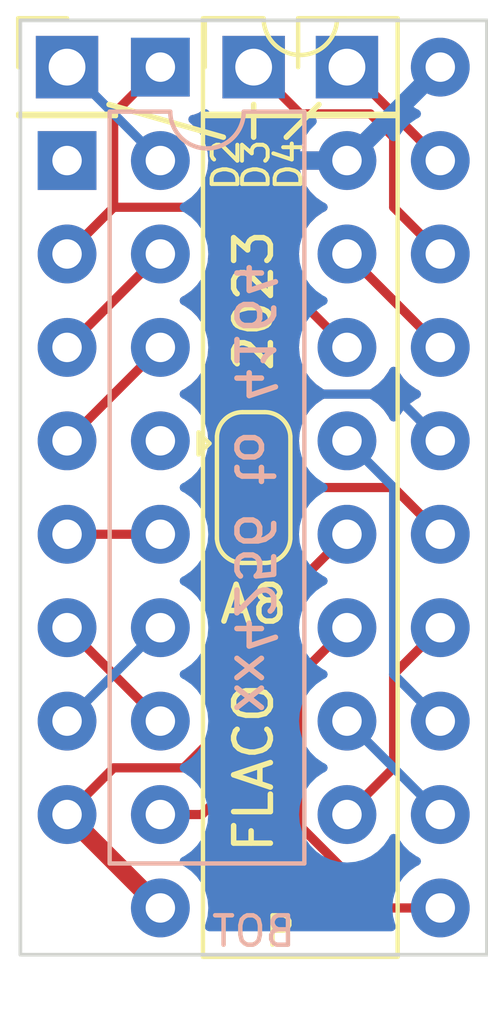
<source format=kicad_pcb>
(kicad_pcb (version 20221018) (generator pcbnew)
  (title_block (title "C64 RAM xx4256 to 4164") (date "2023-02-19") (rev "0.1") (company "FLACO 2023") (comment 1 "CC-BY-NC-SA 4.0"))
  (layers (0 "F.Cu" signal) (31 "B.Cu" signal) (34 "B.Paste" user) (35 "F.Paste" user) (36 "B.SilkS" user "B.Silkscreen") (37 "F.SilkS" user "F.Silkscreen") (38 "B.Mask" user) (39 "F.Mask" user) (44 "Edge.Cuts" user))
  (net 0 "")
  (net 1 "/D2")
  (net 2 "/D3")
  (net 3 "/D4")
  (net 4 "GND")
  (net 5 "Net-(JP1-C)")
  (net 6 "+5V")
  (net 8 "/D1")
  (net 9 "/WE")
  (net 10 "/RAS")
  (net 11 "/A0")
  (net 12 "/A2")
  (net 13 "/A1")
  (net 14 "/A7")
  (net 15 "/A5")
  (net 16 "/A4")
  (net 17 "/A3")
  (net 18 "/A6")
  (net 19 "/CAS")
  (footprint "Connector_PinHeader_2.54mm:PinHeader_1x01_P2.54mm_Vertical" (layer "F.Cu") (at 167.64 86.36)
    (fp_text reference "J2" hide)
    (fp_text value "D2")
    (fp_line (start -1.33 -1.33) (end 0 -1.33) (stroke (width 0.12)) (layer "F.SilkS"))
    (fp_line (start -1.33 0) (end -1.33 -1.33) (stroke (width 0.12)) (layer "F.SilkS"))
    (fp_line (start -1.33 1.27) (end -1.33 1.33) (stroke (width 0.12)) (layer "F.SilkS"))
    (fp_line (start -1.33 1.27) (end 1.33 1.27) (stroke (width 0.12)) (layer "F.SilkS"))
    (fp_line (start -1.33 1.33) (end 1.33 1.33) (stroke (width 0.12)) (layer "F.SilkS"))
    (fp_line (start 1.33 1.27) (end 1.33 1.33) (stroke (width 0.12)) (layer "F.SilkS"))
    (pad "1" thru_hole rect (at 0 0) (size 1.7 1.7) (drill 1) (layers "*.Cu" "*.Mask") (net 1 "/D2"))
  )
  (footprint "Connector_PinHeader_2.54mm:PinHeader_1x01_P2.54mm_Vertical" (layer "F.Cu") (at 172.72 86.36)
    (fp_text reference "J3" hide)
    (fp_text value "D2")
    (fp_line (start -1.33 -1.33) (end 0 -1.33) (stroke (width 0.12)) (layer "F.SilkS"))
    (fp_line (start -1.33 0) (end -1.33 -1.33) (stroke (width 0.12)) (layer "F.SilkS"))
    (fp_line (start -1.33 1.27) (end -1.33 1.33) (stroke (width 0.12)) (layer "F.SilkS"))
    (fp_line (start -1.33 1.27) (end 1.33 1.27) (stroke (width 0.12)) (layer "F.SilkS"))
    (fp_line (start -1.33 1.33) (end 1.33 1.33) (stroke (width 0.12)) (layer "F.SilkS"))
    (fp_line (start 1.33 1.27) (end 1.33 1.33) (stroke (width 0.12)) (layer "F.SilkS"))
    (pad "1" thru_hole rect (at 0 0) (size 1.7 1.7) (drill 1) (layers "*.Cu" "*.Mask") (net 2 "/D3"))
  )
  (footprint "Package_DIP:DIP-20_W7.62mm" (layer "F.Cu") (at 170.18 86.36)
    (fp_text reference "U2" hide)
    (fp_text value "Dxx4256")
    (fp_line (start 1.16 -1.33) (end 1.16 24.19) (stroke (width 0.12)) (layer "F.SilkS"))
    (fp_line (start 1.16 24.19) (end 6.46 24.19) (stroke (width 0.12)) (layer "F.SilkS"))
    (fp_line (start 2.81 -1.33) (end 1.16 -1.33) (stroke (width 0.12)) (layer "F.SilkS"))
    (fp_line (start 6.46 -1.33) (end 4.81 -1.33) (stroke (width 0.12)) (layer "F.SilkS"))
    (fp_line (start 6.46 24.19) (end 6.46 -1.33) (stroke (width 0.12)) (layer "F.SilkS"))
    (fp_arc (start 4.81 -1.33) (mid 3.81 -0.33) (end 2.81 -1.33) (stroke (width 0.12)) (layer "F.SilkS"))
    (pad "1" thru_hole rect (at 0 0) (size 1.6 1.6) (drill 0.8) (layers "*.Cu" "*.Mask") (net 8 "/D1"))
    (pad "2" thru_hole oval (at 0 2.54) (size 1.6 1.6) (drill 0.8) (layers "*.Cu" "*.Mask") (net 1 "/D2"))
    (pad "3" thru_hole oval (at 0 5.08) (size 1.6 1.6) (drill 0.8) (layers "*.Cu" "*.Mask") (net 9 "/WE"))
    (pad "4" thru_hole oval (at 0 7.62) (size 1.6 1.6) (drill 0.8) (layers "*.Cu" "*.Mask") (net 10 "/RAS"))
    (pad "5" thru_hole oval (at 0 10.16) (size 1.6 1.6) (drill 0.8) (layers "*.Cu" "*.Mask"))
    (pad "6" thru_hole oval (at 0 12.7) (size 1.6 1.6) (drill 0.8) (layers "*.Cu" "*.Mask") (net 11 "/A0"))
    (pad "7" thru_hole oval (at 0 15.24) (size 1.6 1.6) (drill 0.8) (layers "*.Cu" "*.Mask") (net 13 "/A1"))
    (pad "8" thru_hole oval (at 0 17.78) (size 1.6 1.6) (drill 0.8) (layers "*.Cu" "*.Mask") (net 12 "/A2"))
    (pad "9" thru_hole oval (at 0 20.32) (size 1.6 1.6) (drill 0.8) (layers "*.Cu" "*.Mask") (net 17 "/A3"))
    (pad "10" thru_hole oval (at 0 22.86) (size 1.6 1.6) (drill 0.8) (layers "*.Cu" "*.Mask") (net 6 "+5V"))
    (pad "11" thru_hole oval (at 7.62 22.86) (size 1.6 1.6) (drill 0.8) (layers "*.Cu" "*.Mask") (net 16 "/A4"))
    (pad "12" thru_hole oval (at 7.62 20.32) (size 1.6 1.6) (drill 0.8) (layers "*.Cu" "*.Mask") (net 15 "/A5"))
    (pad "13" thru_hole oval (at 7.62 17.78) (size 1.6 1.6) (drill 0.8) (layers "*.Cu" "*.Mask") (net 18 "/A6"))
    (pad "14" thru_hole oval (at 7.62 15.24) (size 1.6 1.6) (drill 0.8) (layers "*.Cu" "*.Mask") (net 14 "/A7"))
    (pad "15" thru_hole oval (at 7.62 12.7) (size 1.6 1.6) (drill 0.8) (layers "*.Cu" "*.Mask") (net 5 "Net-(JP1-C)"))
    (pad "16" thru_hole oval (at 7.62 10.16) (size 1.6 1.6) (drill 0.8) (layers "*.Cu" "*.Mask") (net 4 "GND"))
    (pad "17" thru_hole oval (at 7.62 7.62) (size 1.6 1.6) (drill 0.8) (layers "*.Cu" "*.Mask") (net 19 "/CAS"))
    (pad "18" thru_hole oval (at 7.62 5.08) (size 1.6 1.6) (drill 0.8) (layers "*.Cu" "*.Mask") (net 2 "/D3"))
    (pad "19" thru_hole oval (at 7.62 2.54) (size 1.6 1.6) (drill 0.8) (layers "*.Cu" "*.Mask") (net 3 "/D4"))
    (pad "20" thru_hole oval (at 7.62 0) (size 1.6 1.6) (drill 0.8) (layers "*.Cu" "*.Mask") (net 4 "GND"))
  )
  (footprint "Connector_PinHeader_2.54mm:PinHeader_1x01_P2.54mm_Vertical" (layer "F.Cu") (at 175.26 86.36)
    (fp_text reference "J4" hide)
    (fp_text value "D2")
    (fp_line (start -1.33 -1.33) (end 0 -1.33) (stroke (width 0.12)) (layer "F.SilkS"))
    (fp_line (start -1.33 0) (end -1.33 -1.33) (stroke (width 0.12)) (layer "F.SilkS"))
    (fp_line (start -1.33 1.27) (end -1.33 1.33) (stroke (width 0.12)) (layer "F.SilkS"))
    (fp_line (start -1.33 1.27) (end 1.33 1.27) (stroke (width 0.12)) (layer "F.SilkS"))
    (fp_line (start -1.33 1.33) (end 1.33 1.33) (stroke (width 0.12)) (layer "F.SilkS"))
    (fp_line (start 1.33 1.27) (end 1.33 1.33) (stroke (width 0.12)) (layer "F.SilkS"))
    (pad "1" thru_hole rect (at 0 0) (size 1.7 1.7) (drill 1) (layers "*.Cu" "*.Mask") (net 3 "/D4"))
  )
  (footprint "Package_DIP:DIP-16_W7.62mm" (layer "F.Cu") (at 167.64 88.9)
    (fp_text reference "U1" hide)
    (fp_text value "D4164")
    (fp_line (start 1.16 -1.33) (end 1.16 19.11) (stroke (width 0.12)) (layer "B.SilkS"))
    (fp_line (start 1.16 19.11) (end 6.46 19.11) (stroke (width 0.12)) (layer "B.SilkS"))
    (fp_line (start 2.81 -1.33) (end 1.16 -1.33) (stroke (width 0.12)) (layer "B.SilkS"))
    (fp_line (start 6.46 -1.33) (end 4.81 -1.33) (stroke (width 0.12)) (layer "B.SilkS"))
    (fp_line (start 6.46 19.11) (end 6.46 -1.33) (stroke (width 0.12)) (layer "B.SilkS"))
    (fp_arc (start 4.81 -1.33) (mid 3.81 -0.33) (end 2.81 -1.33) (stroke (width 0.12)) (layer "B.SilkS"))
    (pad "1" thru_hole rect (at 0 0) (size 1.6 1.6) (drill 0.8) (layers "*.Cu" "*.Mask"))
    (pad "2" thru_hole oval (at 0 2.54) (size 1.6 1.6) (drill 0.8) (layers "*.Cu" "*.Mask") (net 8 "/D1"))
    (pad "3" thru_hole oval (at 0 5.08) (size 1.6 1.6) (drill 0.8) (layers "*.Cu" "*.Mask") (net 9 "/WE"))
    (pad "4" thru_hole oval (at 0 7.62) (size 1.6 1.6) (drill 0.8) (layers "*.Cu" "*.Mask") (net 10 "/RAS"))
    (pad "5" thru_hole oval (at 0 10.16) (size 1.6 1.6) (drill 0.8) (layers "*.Cu" "*.Mask") (net 11 "/A0"))
    (pad "6" thru_hole oval (at 0 12.7) (size 1.6 1.6) (drill 0.8) (layers "*.Cu" "*.Mask") (net 12 "/A2"))
    (pad "7" thru_hole oval (at 0 15.24) (size 1.6 1.6) (drill 0.8) (layers "*.Cu" "*.Mask") (net 13 "/A1"))
    (pad "8" thru_hole oval (at 0 17.78) (size 1.6 1.6) (drill 0.8) (layers "*.Cu" "*.Mask") (net 6 "+5V"))
    (pad "9" thru_hole oval (at 7.62 17.78) (size 1.6 1.6) (drill 0.8) (layers "*.Cu" "*.Mask") (net 14 "/A7"))
    (pad "10" thru_hole oval (at 7.62 15.24) (size 1.6 1.6) (drill 0.8) (layers "*.Cu" "*.Mask") (net 15 "/A5"))
    (pad "11" thru_hole oval (at 7.62 12.7) (size 1.6 1.6) (drill 0.8) (layers "*.Cu" "*.Mask") (net 16 "/A4"))
    (pad "12" thru_hole oval (at 7.62 10.16) (size 1.6 1.6) (drill 0.8) (layers "*.Cu" "*.Mask") (net 17 "/A3"))
    (pad "13" thru_hole oval (at 7.62 7.62) (size 1.6 1.6) (drill 0.8) (layers "*.Cu" "*.Mask") (net 18 "/A6"))
    (pad "14" thru_hole oval (at 7.62 5.08) (size 1.6 1.6) (drill 0.8) (layers "*.Cu" "*.Mask") (net 8 "/D1"))
    (pad "15" thru_hole oval (at 7.62 2.54) (size 1.6 1.6) (drill 0.8) (layers "*.Cu" "*.Mask") (net 19 "/CAS"))
    (pad "16" thru_hole oval (at 7.62 0) (size 1.6 1.6) (drill 0.8) (layers "*.Cu" "*.Mask") (net 4 "GND"))
  )
  (footprint "Jumper:SolderJumper-3_P1.3mm_Bridged12_RoundedPad1.0x1.5mm" (layer "F.Cu") (at 172.72 97.79 -90)
    (fp_text reference "JP1" hide)
    (fp_text value "A8")
    (fp_poly (pts (xy -0.9 -0.3) (xy -0.4 -0.3) (xy -0.4 0.3) (xy -0.9 0.3)) (fill solid) (layer "F.Cu"))
    (fp_line (start -2.05 0.3) (end -2.05 -0.3) (stroke (width 0.12)) (layer "F.SilkS"))
    (fp_line (start -1.5 1.5) (end -0.9 1.5) (stroke (width 0.12)) (layer "F.SilkS"))
    (fp_line (start -1.4 -1) (end 1.4 -1) (stroke (width 0.12)) (layer "F.SilkS"))
    (fp_line (start -1.2 1.2) (end -1.5 1.5) (stroke (width 0.12)) (layer "F.SilkS"))
    (fp_line (start -1.2 1.2) (end -0.9 1.5) (stroke (width 0.12)) (layer "F.SilkS"))
    (fp_line (start 1.4 1) (end -1.4 1) (stroke (width 0.12)) (layer "F.SilkS"))
    (fp_line (start 2.05 -0.3) (end 2.05 0.3) (stroke (width 0.12)) (layer "F.SilkS"))
    (fp_arc (start -2.05 -0.3) (mid -1.844975 -0.794975) (end -1.35 -1) (stroke (width 0.12)) (layer "F.SilkS"))
    (fp_arc (start -1.35 1) (mid -1.844975 0.794975) (end -2.05 0.3) (stroke (width 0.12)) (layer "F.SilkS"))
    (fp_arc (start 1.35 -1) (mid 1.844975 -0.794975) (end 2.05 -0.3) (stroke (width 0.12)) (layer "F.SilkS"))
    (fp_arc (start 2.05 0.3) (mid 1.844975 0.794975) (end 1.35 1) (stroke (width 0.12)) (layer "F.SilkS"))
    (pad "1" smd custom (at -1.3 0 270) (size 1 0.5) (layers "F.Cu" "F.Mask") (net 4 "GND") (options (clearance outline) (anchor rect)) (primitives (gr_circle (center 0 0.25) (end 0.5 0.25) (width 0) (fill yes)) (gr_circle (center 0 -0.25) (end 0.5 -0.25) (width 0) (fill yes)) (gr_poly (pts (xy 0.55 0.75) (xy 0 0.75) (xy 0 -0.75) (xy 0.55 -0.75)) (width 0) (fill yes))))
    (pad "2" smd rect (at 0 0 270) (size 1 1.5) (layers "F.Cu" "F.Mask") (net 5 "Net-(JP1-C)"))
    (pad "3" smd custom (at 1.3 0 270) (size 1 0.5) (layers "F.Cu" "F.Mask") (net 6 "+5V") (options (clearance outline) (anchor rect)) (primitives (gr_circle (center 0 0.25) (end 0.5 0.25) (width 0) (fill yes)) (gr_circle (center 0 -0.25) (end 0.5 -0.25) (width 0) (fill yes)) (gr_poly (pts (xy 0 0.75) (xy -0.55 0.75) (xy -0.55 -0.75) (xy 0 -0.75)) (width 0) (fill yes))))
  )
  (gr_line (start 172.72 88.265) (end 172.72 87.376) (stroke (width 0.15)) (layer "F.SilkS"))
  (gr_line (start 171.8945 88.265) (end 168.783 87.376) (stroke (width 0.15)) (layer "F.SilkS"))
  (gr_line (start 173.609 88.265) (end 174.498 87.376) (stroke (width 0.15)) (layer "F.SilkS"))
  (gr_line (start 179.07 85.09) (end 179.07 110.49) (stroke (width 0.1)) (layer "Edge.Cuts"))
  (gr_line (start 166.37 85.09) (end 179.07 85.09) (stroke (width 0.1)) (layer "Edge.Cuts"))
  (gr_line (start 166.37 110.49) (end 166.37 85.09) (stroke (width 0.1)) (layer "Edge.Cuts"))
  (gr_line (start 179.07 110.49) (end 166.37 110.49) (stroke (width 0.1)) (layer "Edge.Cuts"))
  (gr_text "xx4256 to 4164" (at 172.72 97.79 -90) (layer "B.SilkS") (effects (font (size 1 1)) (justify mirror)))
  (gr_text "BOT" (at 172.72 109.855) (layer "B.SilkS") (effects (font (size 0.8 0.8) (thickness 0.12)) (justify mirror)))
  (gr_text "D3" (at 172.7835 88.265 90) (layer "F.SilkS") (effects (font (size 0.7 0.7) (thickness 0.11)) (justify right)))
  (gr_text "TOP" (at 172.72 109.855) (layer "F.SilkS") (effects (font (size 0.8 0.8) (thickness 0.12))))
  (gr_text "2023" (at 172.72 92.71 90) (layer "F.SilkS") (effects (font (size 1 1))))
  (gr_text "D4" (at 173.6725 88.265 90) (layer "F.SilkS") (effects (font (size 0.7 0.7) (thickness 0.11)) (justify right)))
  (gr_text "A8" (at 172.72 100.965) (layer "F.SilkS") (effects (font (size 1 1))))
  (gr_text "FLACO" (at 172.72 105.41 90) (layer "F.SilkS") (effects (font (size 1 1))))
  (gr_text "D2" (at 171.958 88.265 90) (layer "F.SilkS") (effects (font (size 0.7 0.7) (thickness 0.11)) (justify right)))
  (segment (start 170.18 88.9) (end 167.64 86.36) (width 0.25) (layer "B.Cu") (net 1))
  (segment (start 172.72 86.36) (end 173.99 87.63) (width 0.25) (layer "F.Cu") (net 2))
  (segment (start 176.53 90.17) (end 177.8 91.44) (width 0.25) (layer "F.Cu") (net 2))
  (segment (start 175.893604 87.63) (end 176.53 88.266396) (width 0.25) (layer "F.Cu") (net 2))
  (segment (start 173.99 87.63) (end 175.893604 87.63) (width 0.25) (layer "F.Cu") (net 2))
  (segment (start 176.53 88.266396) (end 176.53 90.17) (width 0.25) (layer "F.Cu") (net 2))
  (segment (start 177.8 88.9) (end 175.26 86.36) (width 0.25) (layer "F.Cu") (net 3))
  (segment (start 172.72 95.87) (end 172.72 96.49) (width 0.25) (layer "F.Cu") (net 4))
  (segment (start 176.53 95.25) (end 173.34 95.25) (width 0.25) (layer "F.Cu") (net 4))
  (segment (start 173.34 95.25) (end 172.72 95.87) (width 0.25) (layer "F.Cu") (net 4))
  (segment (start 177.8 96.52) (end 176.53 95.25) (width 0.25) (layer "F.Cu") (net 4))
  (segment (start 177.8 96.52) (end 176.53 95.25) (width 0.25) (layer "B.Cu") (net 4))
  (segment (start 173.355 95.25) (end 172.72 94.615) (width 0.25) (layer "B.Cu") (net 4))
  (segment (start 176.53 95.25) (end 173.355 95.25) (width 0.25) (layer "B.Cu") (net 4))
  (segment (start 173.355 88.9) (end 175.26 88.9) (width 0.25) (layer "B.Cu") (net 4))
  (segment (start 172.72 94.615) (end 172.72 89.535) (width 0.25) (layer "B.Cu") (net 4))
  (segment (start 172.72 89.535) (end 173.355 88.9) (width 0.25) (layer "B.Cu") (net 4))
  (segment (start 177.8 86.36) (end 175.26 88.9) (width 0.5) (layer "B.Cu") (net 4))
  (segment (start 176.53 97.79) (end 177.8 99.06) (width 0.25) (layer "F.Cu") (net 5))
  (segment (start 172.72 97.79) (end 176.53 97.79) (width 0.25) (layer "F.Cu") (net 5))
  (segment (start 170.18 109.22) (end 167.64 106.68) (width 0.5) (layer "F.Cu") (net 6))
  (segment (start 170.815 105.41) (end 172.72 103.505) (width 0.25) (layer "F.Cu") (net 6))
  (segment (start 167.64 106.68) (end 168.91 105.41) (width 0.25) (layer "F.Cu") (net 6))
  (segment (start 172.72 103.505) (end 172.72 99.09) (width 0.25) (layer "F.Cu") (net 6))
  (segment (start 168.91 105.41) (end 170.815 105.41) (width 0.25) (layer "F.Cu") (net 6))
  (segment (start 168.91 87.63) (end 170.18 86.36) (width 0.25) (layer "F.Cu") (net 8))
  (segment (start 167.64 91.44) (end 168.91 90.17) (width 0.25) (layer "F.Cu") (net 8))
  (segment (start 168.91 90.17) (end 168.91 87.63) (width 0.25) (layer "F.Cu") (net 8))
  (segment (start 171.45 90.17) (end 168.91 90.17) (width 0.25) (layer "F.Cu") (net 8))
  (segment (start 175.26 93.98) (end 171.45 90.17) (width 0.25) (layer "F.Cu") (net 8))
  (segment (start 167.64 93.98) (end 170.18 91.44) (width 0.25) (layer "F.Cu") (net 9))
  (segment (start 167.64 96.52) (end 170.18 93.98) (width 0.25) (layer "F.Cu") (net 10))
  (segment (start 167.64 99.06) (end 170.18 99.06) (width 0.25) (layer "F.Cu") (net 11))
  (segment (start 167.64 101.6) (end 170.18 104.14) (width 0.25) (layer "F.Cu") (net 12))
  (segment (start 167.64 104.14) (end 170.18 101.6) (width 0.25) (layer "B.Cu") (net 13))
  (segment (start 175.26 106.68) (end 176.53 105.41) (width 0.25) (layer "F.Cu") (net 14))
  (segment (start 176.53 105.41) (end 176.53 102.87) (width 0.25) (layer "F.Cu") (net 14))
  (segment (start 176.53 102.87) (end 177.8 101.6) (width 0.25) (layer "F.Cu") (net 14))
  (segment (start 175.26 104.14) (end 177.8 106.68) (width 0.25) (layer "B.Cu") (net 15))
  (segment (start 176.209009 109.22) (end 177.8 109.22) (width 0.25) (layer "F.Cu") (net 16))
  (segment (start 173.99 102.87) (end 173.99 107.000991) (width 0.25) (layer "F.Cu") (net 16))
  (segment (start 175.26 101.6) (end 173.99 102.87) (width 0.25) (layer "F.Cu") (net 16))
  (segment (start 173.99 107.000991) (end 176.209009 109.22) (width 0.25) (layer "F.Cu") (net 16))
  (segment (start 173.355 104.63637) (end 173.355 100.965) (width 0.25) (layer "F.Cu") (net 17))
  (segment (start 173.355 100.965) (end 175.26 99.06) (width 0.25) (layer "F.Cu") (net 17))
  (segment (start 170.18 106.68) (end 171.31137 106.68) (width 0.25) (layer "F.Cu") (net 17))
  (segment (start 171.31137 106.68) (end 173.355 104.63637) (width 0.25) (layer "F.Cu") (net 17))
  (segment (start 176.53 97.79) (end 175.26 96.52) (width 0.25) (layer "B.Cu") (net 18))
  (segment (start 177.8 104.14) (end 176.53 102.87) (width 0.25) (layer "B.Cu") (net 18))
  (segment (start 176.53 102.87) (end 176.53 97.79) (width 0.25) (layer "B.Cu") (net 18))
  (segment (start 175.26 91.44) (end 177.8 93.98) (width 0.25) (layer "F.Cu") (net 19))
  (zone (net 4) (net_name "GND") (layers "F&B.Cu") (connect_pads (clearance 0.5)) (min_thickness 0.25) (fill yes (thermal_gap 0.5) (thermal_bridge_width 0.5))
    (polygon (pts (xy 167.005 85.725) (xy 178.435 85.725) (xy 178.435 109.855) (xy 167.005 109.855)))
  )
)
</source>
